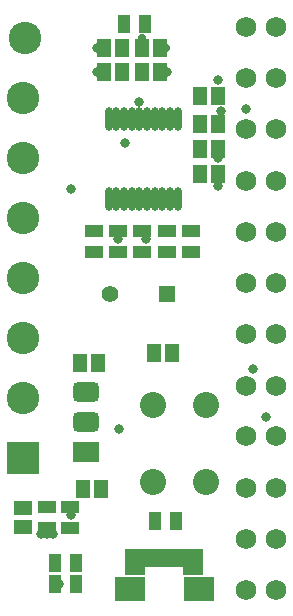
<source format=gts>
G04 Layer_Color=20142*
%FSLAX25Y25*%
%MOIN*%
G70*
G01*
G75*
%ADD46R,0.04540X0.06115*%
%ADD47R,0.06312X0.03950*%
%ADD48R,0.03950X0.06312*%
%ADD49R,0.10150X0.08280*%
%ADD50R,0.06607X0.09068*%
%ADD51R,0.02572X0.06233*%
%ADD52O,0.02572X0.07887*%
%ADD53R,0.06115X0.04540*%
%ADD54C,0.06800*%
%ADD55R,0.05524X0.05524*%
%ADD56C,0.05524*%
%ADD57C,0.10800*%
%ADD58R,0.10800X0.10800*%
%ADD59C,0.08674*%
%ADD60R,0.08800X0.06800*%
G04:AMPARAMS|DCode=61|XSize=68mil|YSize=88mil|CornerRadius=19mil|HoleSize=0mil|Usage=FLASHONLY|Rotation=90.000|XOffset=0mil|YOffset=0mil|HoleType=Round|Shape=RoundedRectangle|*
%AMROUNDEDRECTD61*
21,1,0.06800,0.05000,0,0,90.0*
21,1,0.03000,0.08800,0,0,90.0*
1,1,0.03800,0.02500,0.01500*
1,1,0.03800,0.02500,-0.01500*
1,1,0.03800,-0.02500,-0.01500*
1,1,0.03800,-0.02500,0.01500*
%
%ADD61ROUNDEDRECTD61*%
%ADD62C,0.03200*%
%ADD63C,0.02800*%
D46*
X172449Y181500D02*
D03*
X178551D02*
D03*
X203051Y185000D02*
D03*
X196949D02*
D03*
X179551Y139500D02*
D03*
X173449D02*
D03*
X218551Y244500D02*
D03*
X212449D02*
D03*
X218551Y252833D02*
D03*
X212449D02*
D03*
X218551Y261167D02*
D03*
X212449D02*
D03*
X218551Y270500D02*
D03*
X212449D02*
D03*
X192949Y278500D02*
D03*
X199051D02*
D03*
X192949Y286500D02*
D03*
X199051D02*
D03*
X186551Y278500D02*
D03*
X180449D02*
D03*
X186551Y286500D02*
D03*
X180449D02*
D03*
D47*
X161500Y133638D02*
D03*
Y126638D02*
D03*
X193250Y225638D02*
D03*
Y218638D02*
D03*
X185125Y225638D02*
D03*
Y218638D02*
D03*
X201375Y225638D02*
D03*
Y218638D02*
D03*
X177000Y225638D02*
D03*
Y218638D02*
D03*
X209500Y225638D02*
D03*
Y218638D02*
D03*
X169000Y133638D02*
D03*
Y126638D02*
D03*
D48*
X171138Y108000D02*
D03*
X164138D02*
D03*
X171138Y115000D02*
D03*
X164138D02*
D03*
X194138Y294500D02*
D03*
X187138D02*
D03*
X197362Y129000D02*
D03*
X204362D02*
D03*
D49*
X189043Y106236D02*
D03*
X211957D02*
D03*
D50*
X210244Y115311D02*
D03*
X190756D02*
D03*
D51*
X195382Y116700D02*
D03*
X197941D02*
D03*
X205618D02*
D03*
X200500D02*
D03*
X203059D02*
D03*
D52*
X181984Y236114D02*
D03*
X184543D02*
D03*
X187102D02*
D03*
X189661D02*
D03*
X192220D02*
D03*
X194780D02*
D03*
X197339D02*
D03*
X199898D02*
D03*
X202457D02*
D03*
X205016D02*
D03*
X181984Y262886D02*
D03*
X184543D02*
D03*
X187102D02*
D03*
X189661D02*
D03*
X192220D02*
D03*
X194780D02*
D03*
X197339D02*
D03*
X199898D02*
D03*
X202457D02*
D03*
X205016D02*
D03*
D53*
X153500Y133051D02*
D03*
Y126949D02*
D03*
D54*
X237650Y123000D02*
D03*
X227650D02*
D03*
X237650Y225318D02*
D03*
X227650D02*
D03*
X237650Y242363D02*
D03*
X227650D02*
D03*
Y106000D02*
D03*
X237650D02*
D03*
X227650Y208272D02*
D03*
X237650D02*
D03*
Y174000D02*
D03*
X227650D02*
D03*
Y259409D02*
D03*
X237650D02*
D03*
Y140000D02*
D03*
X227650D02*
D03*
Y191227D02*
D03*
X237650D02*
D03*
X227650Y157136D02*
D03*
X237650D02*
D03*
X227650Y293500D02*
D03*
X237650D02*
D03*
Y276500D02*
D03*
X227650D02*
D03*
D55*
X201606Y204500D02*
D03*
D56*
X182394D02*
D03*
D57*
X153500Y210000D02*
D03*
Y190000D02*
D03*
Y170000D02*
D03*
Y230000D02*
D03*
Y250000D02*
D03*
Y270000D02*
D03*
X154000Y290000D02*
D03*
D58*
X153500Y150000D02*
D03*
D59*
X214500Y167500D02*
D03*
X196783D02*
D03*
X214500Y141909D02*
D03*
X196783D02*
D03*
D60*
X174500Y152000D02*
D03*
D61*
Y162000D02*
D03*
Y172000D02*
D03*
D62*
X185500Y159500D02*
D03*
X230000Y179500D02*
D03*
X234500Y163500D02*
D03*
X218500Y250000D02*
D03*
X227750Y266250D02*
D03*
X163500Y124500D02*
D03*
X161500D02*
D03*
X159500D02*
D03*
X187500Y255000D02*
D03*
X169500Y239500D02*
D03*
X218500Y240500D02*
D03*
X219500Y265500D02*
D03*
X218500Y276000D02*
D03*
X178000Y286500D02*
D03*
X192000Y268500D02*
D03*
X201500Y278500D02*
D03*
X178000D02*
D03*
X185000Y223000D02*
D03*
X194500D02*
D03*
X165500Y108000D02*
D03*
X169500Y131000D02*
D03*
D63*
X201000Y286500D02*
D03*
X193000Y290000D02*
D03*
M02*

</source>
